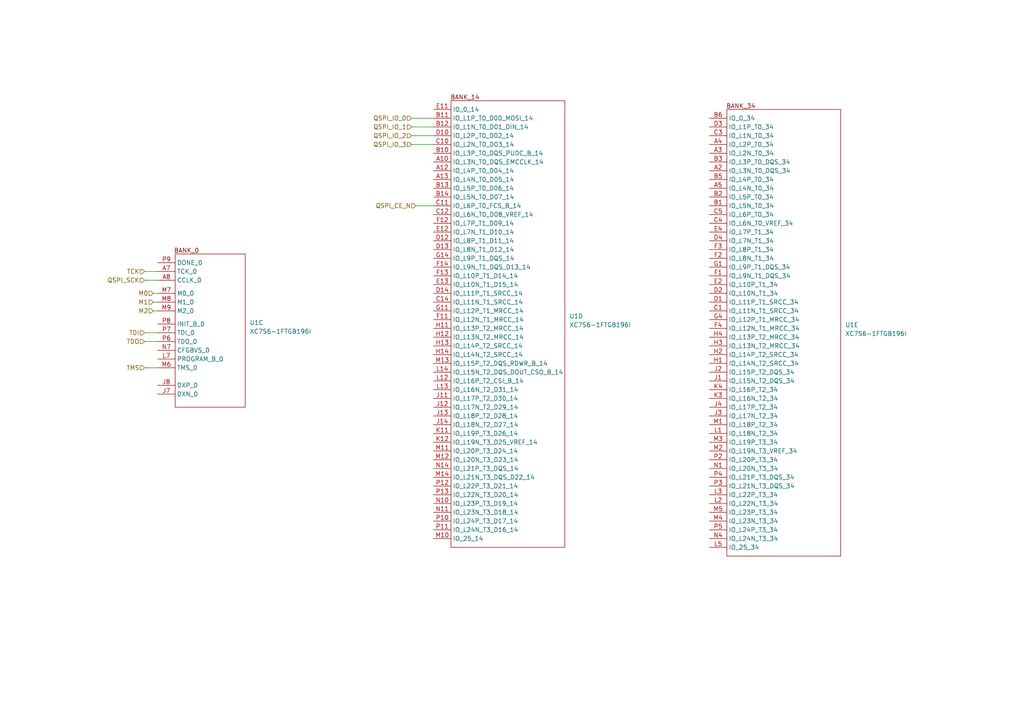
<source format=kicad_sch>
(kicad_sch (version 20250114) (generator "eeschema") (generator_version "9.0")
  (paper "A4")
  (lib_symbols
    (symbol "0_lib:XC7S6-1FTGB196I"
      (property "Reference" "U" (at 0 17.018 0))
      (symbol "XC7S6-1FTGB196I_1_1"
        (rectangle (start -6.35 15.24) (end 6.35 -111.76))
        (pin input line (at -11.43 13.97 0) (length 5.08) (name "GND") (number "A6"))
        (pin input line (at -11.43 11.43 0) (length 5.08) (name "GND") (number "A1"))
        (pin input line (at -11.43 8.89 0) (length 5.08) (name "GND") (number "A9"))
        (pin input line (at -11.43 6.35 0) (length 5.08) (name "GND") (number "A11"))
        (pin input line (at -11.43 3.81 0) (length 5.08) (name "GND") (number "A14"))
        (pin input line (at -11.43 1.27 0) (length 5.08) (name "GND") (number "B4"))
        (pin input line (at -11.43 -1.27 0) (length 5.08) (name "GND") (number "B7"))
        (pin input line (at -11.43 -3.81 0) (length 5.08) (name "GND") (number "B9"))
        (pin input line (at -11.43 -6.35 0) (length 5.08) (name "GND") (number "C2"))
        (pin input line (at -11.43 -8.89 0) (length 5.08) (name "GND") (number "C6"))
        (pin input line (at -11.43 -11.43 0) (length 5.08) (name "GND") (number "C7"))
        (pin input line (at -11.43 -13.97 0) (length 5.08) (name "GND") (number "C8"))
        (pin input line (at -11.43 -16.51 0) (length 5.08) (name "GND") (number "C9"))
        (pin input line (at -11.43 -19.05 0) (length 5.08) (name "GND") (number "C13"))
        (pin input line (at -11.43 -21.59 0) (length 5.08) (name "GND") (number "D5"))
        (pin input line (at -11.43 -24.13 0) (length 5.08) (name "GND") (number "D7"))
        (pin input line (at -11.43 -26.67 0) (length 5.08) (name "GND") (number "D9"))
        (pin input line (at -11.43 -29.21 0) (length 5.08) (name "GND") (number "D11"))
        (pin input line (at -11.43 -31.75 0) (length 5.08) (name "GND") (number "E1"))
        (pin input line (at -11.43 -34.29 0) (length 5.08) (name "GND") (number "E3"))
        (pin input line (at -11.43 -36.83 0) (length 5.08) (name "GND") (number "E6"))
        (pin input line (at -11.43 -39.37 0) (length 5.08) (name "GND") (number "E8"))
        (pin input line (at -11.43 -41.91 0) (length 5.08) (name "GND") (number "E10"))
        (pin input line (at -11.43 -44.45 0) (length 5.08) (name "GND") (number "E14"))
        (pin input line (at -11.43 -46.99 0) (length 5.08) (name "GND") (number "F5"))
        (pin input line (at -11.43 -49.53 0) (length 5.08) (name "GND") (number "F9"))
        (pin input line (at -11.43 -52.07 0) (length 5.08) (name "GND") (number "G3"))
        (pin input line (at -11.43 -54.61 0) (length 5.08) (name "GND") (number "G6"))
        (pin input line (at -11.43 -57.15 0) (length 5.08) (name "GND") (number "G10"))
        (pin input line (at -11.43 -59.69 0) (length 5.08) (name "GND") (number "G12"))
        (pin input line (at -11.43 -62.23 0) (length 5.08) (name "GND") (number "H5"))
        (pin input line (at -11.43 -64.77 0) (length 5.08) (name "GND") (number "H9"))
        (pin input line (at -11.43 -67.31 0) (length 5.08) (name "GND") (number "J6"))
        (pin input line (at -11.43 -69.85 0) (length 5.08) (name "GND") (number "J10"))
        (pin input line (at -11.43 -72.39 0) (length 5.08) (name "GND") (number "K1"))
        (pin input line (at -11.43 -74.93 0) (length 5.08) (name "GND") (number "K5"))
        (pin input line (at -11.43 -77.47 0) (length 5.08) (name "GND") (number "K7"))
        (pin input line (at -11.43 -80.01 0) (length 5.08) (name "GND") (number "K9"))
        (pin input line (at -11.43 -82.55 0) (length 5.08) (name "GND") (number "K14"))
        (pin input line (at -11.43 -85.09 0) (length 5.08) (name "GND") (number "L4"))
        (pin input line (at -11.43 -87.63 0) (length 5.08) (name "GND") (number "L6"))
        (pin input line (at -11.43 -90.17 0) (length 5.08) (name "GND") (number "L8"))
        (pin input line (at -11.43 -92.71 0) (length 5.08) (name "GND") (number "L10"))
        (pin input line (at -11.43 -95.25 0) (length 5.08) (name "GND") (number "L11"))
        (pin input line (at -11.43 -97.79 0) (length 5.08) (name "GND") (number "N3"))
        (pin input line (at -11.43 -100.33 0) (length 5.08) (name "GND") (number "N5"))
        (pin input line (at -11.43 -102.87 0) (length 5.08) (name "GND") (number "N9"))
        (pin input line (at -11.43 -105.41 0) (length 5.08) (name "GND") (number "N12"))
        (pin input line (at -11.43 -107.95 0) (length 5.08) (name "GND") (number "P1"))
        (pin input line (at -11.43 -110.49 0) (length 5.08) (name "GND") (number "P14"))
      )
      (symbol "XC7S6-1FTGB196I_2_1"
        (rectangle (start -5.08 13.97) (end 5.08 -66.04))
        (pin input line (at -10.16 11.43 0) (length 5.08) (name "VCCAUX") (number "F10"))
        (pin input line (at -10.16 8.89 0) (length 5.08) (name "VCCAUX") (number "H10"))
        (pin input line (at -10.16 6.35 0) (length 5.08) (name "VCCAUX") (number "K10"))
        (pin input line (at -10.16 3.81 0) (length 5.08) (name "VCCAUX") (number "L9"))
        (pin input line (at -10.16 -1.27 0) (length 5.08) (name "VCCINT") (number "D6"))
        (pin input line (at -10.16 -3.81 0) (length 5.08) (name "VCCINT") (number "D8"))
        (pin input line (at -10.16 -6.35 0) (length 5.08) (name "VCCINT") (number "E7"))
        (pin input line (at -10.16 -8.89 0) (length 5.08) (name "VCCINT") (number "E9"))
        (pin input line (at -10.16 -11.43 0) (length 5.08) (name "VCCINT") (number "F6"))
        (pin input line (at -10.16 -13.97 0) (length 5.08) (name "VCCINT") (number "G9"))
        (pin input line (at -10.16 -16.51 0) (length 5.08) (name "VCCINT") (number "H6"))
        (pin input line (at -10.16 -19.05 0) (length 5.08) (name "VCCINT") (number "J9"))
        (pin input line (at -10.16 -21.59 0) (length 5.08) (name "VCCINT") (number "K6"))
        (pin input line (at -10.16 -24.13 0) (length 5.08) (name "VCCINT") (number "K8"))
        (pin input line (at -10.16 -29.21 0) (length 5.08) (name "VCCO_0") (number "N6"))
        (pin input line (at -10.16 -31.75 0) (length 5.08) (name "VCCO_0") (number "N8"))
        (pin input line (at -10.16 -36.83 0) (length 5.08) (name "VCCO_14") (number "G13"))
        (pin input line (at -10.16 -39.37 0) (length 5.08) (name "VCCO_14") (number "K13"))
        (pin input line (at -10.16 -41.91 0) (length 5.08) (name "VCCO_14") (number "N13"))
        (pin input line (at -10.16 -46.99 0) (length 5.08) (name "VCCO_34") (number "G2"))
        (pin input line (at -10.16 -49.53 0) (length 5.08) (name "VCCO_34") (number "K2"))
        (pin input line (at -10.16 -52.07 0) (length 5.08) (name "VCCO_34") (number "N2"))
        (pin input line (at -10.16 -58.42 0) (length 5.08) (name "VCCBRAM") (number "E5"))
        (pin input line (at -10.16 -60.96 0) (length 5.08) (name "VCCBRAM") (number "G5"))
        (pin input line (at -10.16 -63.5 0) (length 5.08) (name "VCCBRAM") (number "J5"))
      )
      (symbol "XC7S6-1FTGB196I_3_1"
        (rectangle (start -10.16 10.16) (end 10.16 -34.29))
        (text "BANK_0" (at -6.858 11.176 0) (effects (font (size 1.27 1.27))))
        (pin input line (at -15.24 7.62 0) (length 5.08) (name "DONE_0") (number "P9"))
        (pin input line (at -15.24 5.08 0) (length 5.08) (name "TCK_0") (number "A7"))
        (pin input line (at -15.24 2.54 0) (length 5.08) (name "CCLK_0") (number "A8"))
        (pin input line (at -15.24 -1.27 0) (length 5.08) (name "M0_0") (number "M7"))
        (pin input line (at -15.24 -3.81 0) (length 5.08) (name "M1_0") (number "M8"))
        (pin input line (at -15.24 -6.35 0) (length 5.08) (name "M2_0") (number "M9"))
        (pin input line (at -15.24 -10.16 0) (length 5.08) (name "INIT_B_0") (number "P8"))
        (pin input line (at -15.24 -12.7 0) (length 5.08) (name "TDI_0") (number "P7"))
        (pin input line (at -15.24 -15.24 0) (length 5.08) (name "TDO_0") (number "P6"))
        (pin input line (at -15.24 -17.78 0) (length 5.08) (name "CFGBVS_0") (number "N7"))
        (pin input line (at -15.24 -20.32 0) (length 5.08) (name "PROGRAM_B_0") (number "L7"))
        (pin input line (at -15.24 -22.86 0) (length 5.08) (name "TMS_0") (number "M6"))
        (pin input line (at -15.24 -27.94 0) (length 5.08) (name "DXP_0") (number "J8"))
        (pin input line (at -15.24 -30.48 0) (length 5.08) (name "DXN_0") (number "J7"))
      )
      (symbol "XC7S6-1FTGB196I_4_1"
        (rectangle (start -16.51 10.16) (end 16.51 -119.38))
        (text "BANK_14" (at -12.446 11.176 0) (effects (font (size 1.27 1.27))))
        (pin input line (at -21.59 7.62 0) (length 5.08) (name "IO_0_14") (number "E11"))
        (pin input line (at -21.59 5.08 0) (length 5.08) (name "IO_L1P_T0_D00_MOSI_14") (number "B11"))
        (pin input line (at -21.59 2.54 0) (length 5.08) (name "IO_L1N_T0_D01_DIN_14") (number "B12"))
        (pin input line (at -21.59 0 0) (length 5.08) (name "IO_L2P_T0_D02_14") (number "D10"))
        (pin input line (at -21.59 -2.54 0) (length 5.08) (name "IO_L2N_T0_D03_14") (number "C10"))
        (pin input line (at -21.59 -5.08 0) (length 5.08) (name "IO_L3P_T0_DQS_PUDC_B_14") (number "B10"))
        (pin input line (at -21.59 -7.62 0) (length 5.08) (name "IO_L3N_T0_DQS_EMCCLK_14") (number "A10"))
        (pin input line (at -21.59 -10.16 0) (length 5.08) (name "IO_L4P_T0_D04_14") (number "A12"))
        (pin input line (at -21.59 -12.7 0) (length 5.08) (name "IO_L4N_T0_D05_14") (number "A13"))
        (pin input line (at -21.59 -15.24 0) (length 5.08) (name "IO_L5P_T0_D06_14") (number "B13"))
        (pin input line (at -21.59 -17.78 0) (length 5.08) (name "IO_L5N_T0_D07_14") (number "B14"))
        (pin input line (at -21.59 -20.32 0) (length 5.08) (name "IO_L6P_T0_FCS_B_14") (number "C11"))
        (pin input line (at -21.59 -22.86 0) (length 5.08) (name "IO_L6N_T0_D08_VREF_14") (number "C12"))
        (pin input line (at -21.59 -25.4 0) (length 5.08) (name "IO_L7P_T1_D09_14") (number "F12"))
        (pin input line (at -21.59 -27.94 0) (length 5.08) (name "IO_L7N_T1_D10_14") (number "E12"))
        (pin input line (at -21.59 -30.48 0) (length 5.08) (name "IO_L8P_T1_D11_14") (number "D12"))
        (pin input line (at -21.59 -33.02 0) (length 5.08) (name "IO_L8N_T1_D12_14") (number "D13"))
        (pin input line (at -21.59 -35.56 0) (length 5.08) (name "IO_L9P_T1_DQS_14") (number "G14"))
        (pin input line (at -21.59 -38.1 0) (length 5.08) (name "IO_L9N_T1_DQS_D13_14") (number "F14"))
        (pin input line (at -21.59 -40.64 0) (length 5.08) (name "IO_L10P_T1_D14_14") (number "F13"))
        (pin input line (at -21.59 -43.18 0) (length 5.08) (name "IO_L10N_T1_D15_14") (number "E13"))
        (pin input line (at -21.59 -45.72 0) (length 5.08) (name "IO_L11P_T1_SRCC_14") (number "D14"))
        (pin input line (at -21.59 -48.26 0) (length 5.08) (name "IO_L11N_T1_SRCC_14") (number "C14"))
        (pin input line (at -21.59 -50.8 0) (length 5.08) (name "IO_L12P_T1_MRCC_14") (number "G11"))
        (pin input line (at -21.59 -53.34 0) (length 5.08) (name "IO_L12N_T1_MRCC_14") (number "F11"))
        (pin input line (at -21.59 -55.88 0) (length 5.08) (name "IO_L13P_T2_MRCC_14") (number "H11"))
        (pin input line (at -21.59 -58.42 0) (length 5.08) (name "IO_L13N_T2_MRCC_14") (number "H12"))
        (pin input line (at -21.59 -60.96 0) (length 5.08) (name "IO_L14P_T2_SRCC_14") (number "H13"))
        (pin input line (at -21.59 -63.5 0) (length 5.08) (name "IO_L14N_T2_SRCC_14") (number "H14"))
        (pin input line (at -21.59 -66.04 0) (length 5.08) (name "IO_L15P_T2_DQS_RDWR_B_14") (number "M13"))
        (pin input line (at -21.59 -68.58 0) (length 5.08) (name "IO_L15N_T2_DQS_DOUT_CSO_B_14") (number "L14"))
        (pin input line (at -21.59 -71.12 0) (length 5.08) (name "IO_L16P_T2_CSI_B_14") (number "L12"))
        (pin input line (at -21.59 -73.66 0) (length 5.08) (name "IO_L16N_T2_D31_14") (number "L13"))
        (pin input line (at -21.59 -76.2 0) (length 5.08) (name "IO_L17P_T2_D30_14") (number "J11"))
        (pin input line (at -21.59 -78.74 0) (length 5.08) (name "IO_L17N_T2_D29_14") (number "J12"))
        (pin input line (at -21.59 -81.28 0) (length 5.08) (name "IO_L18P_T2_D28_14") (number "J13"))
        (pin input line (at -21.59 -83.82 0) (length 5.08) (name "IO_L18N_T2_D27_14") (number "J14"))
        (pin input line (at -21.59 -86.36 0) (length 5.08) (name "IO_L19P_T3_D26_14") (number "K11"))
        (pin input line (at -21.59 -88.9 0) (length 5.08) (name "IO_L19N_T3_D25_VREF_14") (number "K12"))
        (pin input line (at -21.59 -91.44 0) (length 5.08) (name "IO_L20P_T3_D24_14") (number "M11"))
        (pin input line (at -21.59 -93.98 0) (length 5.08) (name "IO_L20N_T3_D23_14") (number "M12"))
        (pin input line (at -21.59 -96.52 0) (length 5.08) (name "IO_L21P_T3_DQS_14") (number "N14"))
        (pin input line (at -21.59 -99.06 0) (length 5.08) (name "IO_L21N_T3_DQS_D22_14") (number "M14"))
        (pin input line (at -21.59 -101.6 0) (length 5.08) (name "IO_L22P_T3_D21_14") (number "P12"))
        (pin input line (at -21.59 -104.14 0) (length 5.08) (name "IO_L22N_T3_D20_14") (number "P13"))
        (pin input line (at -21.59 -106.68 0) (length 5.08) (name "IO_L23P_T3_D19_14") (number "N10"))
        (pin input line (at -21.59 -109.22 0) (length 5.08) (name "IO_L23N_T3_D18_14") (number "N11"))
        (pin input line (at -21.59 -111.76 0) (length 5.08) (name "IO_L24P_T3_D17_14") (number "P10"))
        (pin input line (at -21.59 -114.3 0) (length 5.08) (name "IO_L24N_T3_D16_14") (number "P11"))
        (pin input line (at -21.59 -116.84 0) (length 5.08) (name "IO_25_14") (number "M10"))
      )
      (symbol "XC7S6-1FTGB196I_5_1"
        (rectangle (start -15.24 8.89) (end 17.78 -120.65))
        (text "BANK_34" (at -11.176 9.906 0) (effects (font (size 1.27 1.27))))
        (pin input line (at -20.32 6.35 0) (length 5.08) (name "IO_0_34") (number "B6"))
        (pin input line (at -20.32 3.81 0) (length 5.08) (name "IO_L1P_T0_34") (number "D3"))
        (pin input line (at -20.32 1.27 0) (length 5.08) (name "IO_L1N_T0_34") (number "C3"))
        (pin input line (at -20.32 -1.27 0) (length 5.08) (name "IO_L2P_T0_34") (number "A4"))
        (pin input line (at -20.32 -3.81 0) (length 5.08) (name "IO_L2N_T0_34") (number "A3"))
        (pin input line (at -20.32 -6.35 0) (length 5.08) (name "IO_L3P_T0_DQS_34") (number "B3"))
        (pin input line (at -20.32 -8.89 0) (length 5.08) (name "IO_L3N_T0_DQS_34") (number "A2"))
        (pin input line (at -20.32 -11.43 0) (length 5.08) (name "IO_L4P_T0_34") (number "B5"))
        (pin input line (at -20.32 -13.97 0) (length 5.08) (name "IO_L4N_T0_34") (number "A5"))
        (pin input line (at -20.32 -16.51 0) (length 5.08) (name "IO_L5P_T0_34") (number "B2"))
        (pin input line (at -20.32 -19.05 0) (length 5.08) (name "IO_L5N_T0_34") (number "B1"))
        (pin input line (at -20.32 -21.59 0) (length 5.08) (name "IO_L6P_T0_34") (number "C5"))
        (pin input line (at -20.32 -24.13 0) (length 5.08) (name "IO_L6N_T0_VREF_34") (number "C4"))
        (pin input line (at -20.32 -26.67 0) (length 5.08) (name "IO_L7P_T1_34") (number "E4"))
        (pin input line (at -20.32 -29.21 0) (length 5.08) (name "IO_L7N_T1_34") (number "D4"))
        (pin input line (at -20.32 -31.75 0) (length 5.08) (name "IO_L8P_T1_34") (number "F3"))
        (pin input line (at -20.32 -34.29 0) (length 5.08) (name "IO_L8N_T1_34") (number "F2"))
        (pin input line (at -20.32 -36.83 0) (length 5.08) (name "IO_L9P_T1_DQS_34") (number "G1"))
        (pin input line (at -20.32 -39.37 0) (length 5.08) (name "IO_L9N_T1_DQS_34") (number "F1"))
        (pin input line (at -20.32 -41.91 0) (length 5.08) (name "IO_L10P_T1_34") (number "E2"))
        (pin input line (at -20.32 -44.45 0) (length 5.08) (name "IO_L10N_T1_34") (number "D2"))
        (pin input line (at -20.32 -46.99 0) (length 5.08) (name "IO_L11P_T1_SRCC_34") (number "D1"))
        (pin input line (at -20.32 -49.53 0) (length 5.08) (name "IO_L11N_T1_SRCC_34") (number "C1"))
        (pin input line (at -20.32 -52.07 0) (length 5.08) (name "IO_L12P_T1_MRCC_34") (number "G4"))
        (pin input line (at -20.32 -54.61 0) (length 5.08) (name "IO_L12N_T1_MRCC_34") (number "F4"))
        (pin input line (at -20.32 -57.15 0) (length 5.08) (name "IO_L13P_T2_MRCC_34") (number "H4"))
        (pin input line (at -20.32 -59.69 0) (length 5.08) (name "IO_L13N_T2_MRCC_34") (number "H3"))
        (pin input line (at -20.32 -62.23 0) (length 5.08) (name "IO_L14P_T2_SRCC_34") (number "H2"))
        (pin input line (at -20.32 -64.77 0) (length 5.08) (name "IO_L14N_T2_SRCC_34") (number "H1"))
        (pin input line (at -20.32 -67.31 0) (length 5.08) (name "IO_L15P_T2_DQS_34") (number "J2"))
        (pin input line (at -20.32 -69.85 0) (length 5.08) (name "IO_L15N_T2_DQS_34") (number "J1"))
        (pin input line (at -20.32 -72.39 0) (length 5.08) (name "IO_L16P_T2_34") (number "K4"))
        (pin input line (at -20.32 -74.93 0) (length 5.08) (name "IO_L16N_T2_34") (number "K3"))
        (pin input line (at -20.32 -77.47 0) (length 5.08) (name "IO_L17P_T2_34") (number "J4"))
        (pin input line (at -20.32 -80.01 0) (length 5.08) (name "IO_L17N_T2_34") (number "J3"))
        (pin input line (at -20.32 -82.55 0) (length 5.08) (name "IO_L18P_T2_34") (number "M1"))
        (pin input line (at -20.32 -85.09 0) (length 5.08) (name "IO_L18N_T2_34") (number "L1"))
        (pin input line (at -20.32 -87.63 0) (length 5.08) (name "IO_L19P_T3_34") (number "M3"))
        (pin input line (at -20.32 -90.17 0) (length 5.08) (name "IO_L19N_T3_VREF_34") (number "M2"))
        (pin input line (at -20.32 -92.71 0) (length 5.08) (name "IO_L20P_T3_34") (number "P2"))
        (pin input line (at -20.32 -95.25 0) (length 5.08) (name "IO_L20N_T3_34") (number "N1"))
        (pin input line (at -20.32 -97.79 0) (length 5.08) (name "IO_L21P_T3_DQS_34") (number "P4"))
        (pin input line (at -20.32 -100.33 0) (length 5.08) (name "IO_L21N_T3_DQS_34") (number "P3"))
        (pin input line (at -20.32 -102.87 0) (length 5.08) (name "IO_L22P_T3_34") (number "L3"))
        (pin input line (at -20.32 -105.41 0) (length 5.08) (name "IO_L22N_T3_34") (number "L2"))
        (pin input line (at -20.32 -107.95 0) (length 5.08) (name "IO_L23P_T3_34") (number "M5"))
        (pin input line (at -20.32 -110.49 0) (length 5.08) (name "IO_L23N_T3_34") (number "M4"))
        (pin input line (at -20.32 -113.03 0) (length 5.08) (name "IO_L24P_T3_34") (number "P5"))
        (pin input line (at -20.32 -115.57 0) (length 5.08) (name "IO_L24N_T3_34") (number "N4"))
        (pin input line (at -20.32 -118.11 0) (length 5.08) (name "IO_25_34") (number "L5"))
      )
    )
  )
  (wire (pts (xy 119.38 34.29) (xy 125.73 34.29)))
  (wire (pts (xy 44.45 90.17) (xy 45.72 90.17)))
  (wire (pts (xy 41.91 81.28) (xy 45.72 81.28)))
  (wire (pts (xy 41.91 96.52) (xy 45.72 96.52)))
  (wire (pts (xy 44.45 85.09) (xy 45.72 85.09)))
  (wire (pts (xy 120.65 59.69) (xy 125.73 59.69)))
  (wire (pts (xy 41.91 99.06) (xy 45.72 99.06)))
  (wire (pts (xy 41.91 106.68) (xy 45.72 106.68)))
  (wire (pts (xy 119.38 39.37) (xy 125.73 39.37)))
  (wire (pts (xy 41.91 78.74) (xy 45.72 78.74)))
  (wire (pts (xy 119.38 41.91) (xy 125.73 41.91)))
  (wire (pts (xy 119.38 36.83) (xy 125.73 36.83)))
  (wire (pts (xy 44.45 87.63) (xy 45.72 87.63)))
  (hierarchical_label "QSPI_IO_2" (shape input) (at 119.38 39.37 180))
  (hierarchical_label "QSPI_SCK" (shape input) (at 41.91 81.28 180))
  (hierarchical_label "QSPI_CE_N" (shape input) (at 120.65 59.69 180))
  (hierarchical_label "TMS" (shape input) (at 41.91 106.68 180))
  (hierarchical_label "TCK" (shape input) (at 41.91 78.74 180))
  (hierarchical_label "TDO" (shape input) (at 41.91 99.06 180))
  (hierarchical_label "M2" (shape input) (at 44.45 90.17 180))
  (hierarchical_label "M1" (shape input) (at 44.45 87.63 180))
  (hierarchical_label "TDI" (shape input) (at 41.91 96.52 180))
  (hierarchical_label "M0" (shape input) (at 44.45 85.09 180))
  (hierarchical_label "QSPI_IO_0" (shape input) (at 119.38 34.29 180))
  (hierarchical_label "QSPI_IO_1" (shape input) (at 119.38 36.83 180))
  (hierarchical_label "QSPI_IO_3" (shape input) (at 119.38 41.91 180))
  (symbol (lib_id "0_lib:XC7S6-1FTGB196I") (at 226.06 40.64 0) (unit 5)
    (property "Reference" "U1" (at 245.11 94.2311 0) (effects (justify left)))
    (property "Value" "XC7S6-1FTGB196I" (at 245.11 96.7711 0) (effects (justify left)))
    (property "Footprint" "0_lib:BGA196C100P14X14_1500X1500X155N" (effects (hide yes)))
  )
  (symbol (lib_id "0_lib:XC7S6-1FTGB196I") (at 60.96 83.82 0) (unit 3)
    (property "Reference" "U1" (at 72.39 93.5961 0) (effects (justify left)))
    (property "Value" "XC7S6-1FTGB196I" (at 72.39 96.1361 0) (effects (justify left)))
    (property "Footprint" "0_lib:BGA196C100P14X14_1500X1500X155N" (effects (hide yes)))
  )
  (symbol (lib_id "0_lib:XC7S6-1FTGB196I") (at 147.32 39.37 0) (unit 4)
    (property "Reference" "U1" (at 165.1 91.6911 0) (effects (justify left)))
    (property "Value" "XC7S6-1FTGB196I" (at 165.1 94.2311 0) (effects (justify left)))
    (property "Footprint" "0_lib:BGA196C100P14X14_1500X1500X155N" (effects (hide yes)))
  )
)
</source>
